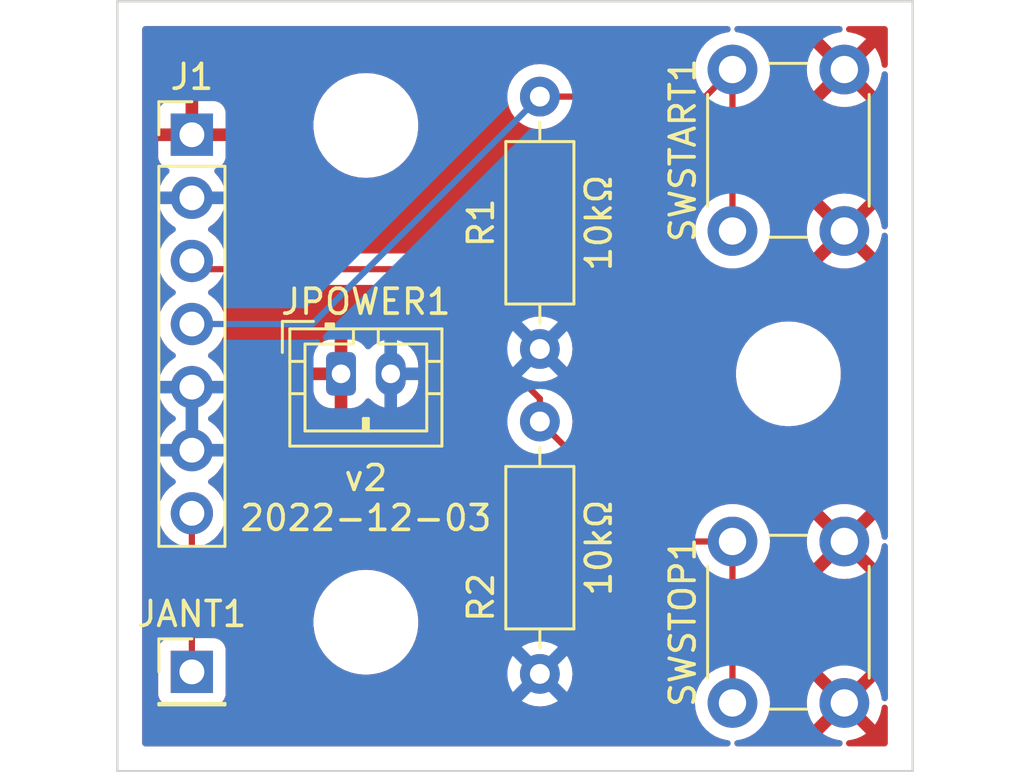
<source format=kicad_pcb>
(kicad_pcb (version 20211014) (generator pcbnew)
  (layers (0 "F.Cu" signal) (31 "B.Cu" signal) (34 "B.Paste" user) (35 "F.Paste" user) (36 "B.SilkS" user "B.Silkscreen") (37 "F.SilkS" user "F.Silkscreen") (38 "B.Mask" user) (39 "F.Mask" user) (44 "Edge.Cuts" user))
  (net 0 "")
  (net 1 "GND")
  (net 2 "+9V")
  (net 3 "Net-(J1-Pad3)")
  (net 4 "Net-(J1-Pad7)")
  (net 5 "Net-(J1-Pad4)")
  (footprint "MountingHole:MountingHole_3.2mm_M3" (layer "F.Cu") (at 142 68)
    (fp_text reference "REF**" hide)
    (fp_text value "MountingHole_3.2mm_M3")
    (pad "" np_thru_hole circle (at 0 0) (size 3.2 3.2) (drill 3.2) (layers *.Cu *.Mask))
  )
  (footprint "Connector_PinHeader_2.54mm:PinHeader_1x07_P2.54mm_Vertical" (layer "F.Cu") (at 135 68.375)
    (fp_text reference "J1" (at 0 -2.33) (layer "F.SilkS"))
    (fp_text value "Conn_01x07_Female")
    (fp_line (start -1.33 0) (end -1.33 -1.33) (layer "F.SilkS") (width 0.12))
    (fp_line (start 1.33 1.27) (end 1.33 16.57) (layer "F.SilkS") (width 0.12))
    (fp_line (start -1.33 1.27) (end -1.33 16.57) (layer "F.SilkS") (width 0.12))
    (fp_line (start -1.33 1.27) (end 1.33 1.27) (layer "F.SilkS") (width 0.12))
    (fp_line (start -1.33 16.57) (end 1.33 16.57) (layer "F.SilkS") (width 0.12))
    (fp_line (start -1.33 -1.33) (end 0 -1.33) (layer "F.SilkS") (width 0.12))
    (pad "1" thru_hole rect (at 0 0) (size 1.7 1.7) (drill 1) (layers *.Cu *.Mask) (net 1 "GND"))
    (pad "2" thru_hole oval (at 0 2.54) (size 1.7 1.7) (drill 1) (layers *.Cu *.Mask) (net 2 "+9V"))
    (pad "3" thru_hole oval (at 0 5.08) (size 1.7 1.7) (drill 1) (layers *.Cu *.Mask) (net 3 "Net-(J1-Pad3)"))
    (pad "4" thru_hole oval (at 0 7.62) (size 1.7 1.7) (drill 1) (layers *.Cu *.Mask) (net 5 "Net-(J1-Pad4)"))
    (pad "5" thru_hole oval (at 0 10.16) (size 1.7 1.7) (drill 1) (layers *.Cu *.Mask) (net 2 "+9V"))
    (pad "6" thru_hole oval (at 0 12.7) (size 1.7 1.7) (drill 1) (layers *.Cu *.Mask) (net 2 "+9V"))
    (pad "7" thru_hole oval (at 0 15.24) (size 1.7 1.7) (drill 1) (layers *.Cu *.Mask) (net 4 "Net-(J1-Pad7)"))
  )
  (footprint "Connector_PinHeader_2.54mm:PinHeader_1x01_P2.54mm_Vertical" (layer "F.Cu") (at 135 90)
    (fp_text reference "JANT1" (at 0 -2.33) (layer "F.SilkS"))
    (fp_text value "Conn_01x01_Female")
    (fp_line (start -1.33 1.27) (end 1.33 1.27) (layer "F.SilkS") (width 0.12))
    (fp_line (start 1.33 1.27) (end 1.33 1.33) (layer "F.SilkS") (width 0.12))
    (fp_line (start -1.33 1.33) (end 1.33 1.33) (layer "F.SilkS") (width 0.12))
    (fp_line (start -1.33 0) (end -1.33 -1.33) (layer "F.SilkS") (width 0.12))
    (fp_line (start -1.33 -1.33) (end 0 -1.33) (layer "F.SilkS") (width 0.12))
    (fp_line (start -1.33 1.27) (end -1.33 1.33) (layer "F.SilkS") (width 0.12))
    (pad "1" thru_hole rect (at 0 0) (size 1.7 1.7) (drill 1) (layers *.Cu *.Mask) (net 4 "Net-(J1-Pad7)"))
  )
  (footprint "MountingHole:MountingHole_3.2mm_M3" (layer "F.Cu") (at 159 78)
    (fp_text reference "REF**" hide)
    (fp_text value "MountingHole_3.2mm_M3")
    (pad "" np_thru_hole circle (at 0 0) (size 3.2 3.2) (drill 3.2) (layers *.Cu *.Mask))
  )
  (footprint "Button_Switch_THT:SW_PUSH_6mm" (layer "F.Cu") (at 156.75 91.25 90)
    (fp_text reference "SWSTOP1" (at 3.25 -2 90) (layer "F.SilkS"))
    (fp_text value "SW_Push")
    (fp_line (start 5.5 -1) (end 1 -1) (layer "F.SilkS") (width 0.12))
    (fp_line (start 6.75 3) (end 6.75 1.5) (layer "F.SilkS") (width 0.12))
    (fp_line (start 1 5.5) (end 5.5 5.5) (layer "F.SilkS") (width 0.12))
    (fp_line (start -0.25 1.5) (end -0.25 3) (layer "F.SilkS") (width 0.12))
    (pad "1" thru_hole circle (at 6.5 0 180) (size 2 2) (drill 1.1) (layers *.Cu *.Mask) (net 3 "Net-(J1-Pad3)"))
    (pad "1" thru_hole circle (at 0 0 180) (size 2 2) (drill 1.1) (layers *.Cu *.Mask) (net 3 "Net-(J1-Pad3)"))
    (pad "2" thru_hole circle (at 0 4.5 180) (size 2 2) (drill 1.1) (layers *.Cu *.Mask) (net 1 "GND"))
    (pad "2" thru_hole circle (at 6.5 4.5 180) (size 2 2) (drill 1.1) (layers *.Cu *.Mask) (net 1 "GND"))
  )
  (footprint "Resistor_THT:R_Axial_DIN0207_L6.3mm_D2.5mm_P10.16mm_Horizontal" (layer "F.Cu") (at 149 77 90)
    (fp_text reference "R1" (at 5.08 -2.37 90) (layer "F.SilkS"))
    (fp_text value "10kΩ" (at 5.08 2.37 90) (layer "F.SilkS"))
    (fp_line (start 1.04 0) (end 1.81 0) (layer "F.SilkS") (width 0.12))
    (fp_line (start 8.35 -1.37) (end 1.81 -1.37) (layer "F.SilkS") (width 0.12))
    (fp_line (start 1.81 1.37) (end 8.35 1.37) (layer "F.SilkS") (width 0.12))
    (fp_line (start 1.81 -1.37) (end 1.81 1.37) (layer "F.SilkS") (width 0.12))
    (fp_line (start 8.35 1.37) (end 8.35 -1.37) (layer "F.SilkS") (width 0.12))
    (fp_line (start 9.12 0) (end 8.35 0) (layer "F.SilkS") (width 0.12))
    (pad "1" thru_hole circle (at 0 0 90) (size 1.6 1.6) (drill 0.8) (layers *.Cu *.Mask) (net 2 "+9V"))
    (pad "2" thru_hole oval (at 10.16 0 90) (size 1.6 1.6) (drill 0.8) (layers *.Cu *.Mask) (net 5 "Net-(J1-Pad4)"))
  )
  (footprint "Resistor_THT:R_Axial_DIN0207_L6.3mm_D2.5mm_P10.16mm_Horizontal" (layer "F.Cu") (at 149 90.08 90)
    (fp_text reference "R2" (at 3.08 -2.37 90) (layer "F.SilkS"))
    (fp_text value "10kΩ" (at 5.08 2.37 90) (layer "F.SilkS"))
    (fp_line (start 1.81 -1.37) (end 1.81 1.37) (layer "F.SilkS") (width 0.12))
    (fp_line (start 8.35 -1.37) (end 1.81 -1.37) (layer "F.SilkS") (width 0.12))
    (fp_line (start 8.35 1.37) (end 8.35 -1.37) (layer "F.SilkS") (width 0.12))
    (fp_line (start 1.04 0) (end 1.81 0) (layer "F.SilkS") (width 0.12))
    (fp_line (start 9.12 0) (end 8.35 0) (layer "F.SilkS") (width 0.12))
    (fp_line (start 1.81 1.37) (end 8.35 1.37) (layer "F.SilkS") (width 0.12))
    (pad "1" thru_hole circle (at 0 0 90) (size 1.6 1.6) (drill 0.8) (layers *.Cu *.Mask) (net 2 "+9V"))
    (pad "2" thru_hole oval (at 10.16 0 90) (size 1.6 1.6) (drill 0.8) (layers *.Cu *.Mask) (net 3 "Net-(J1-Pad3)"))
  )
  (footprint "Connector_JST:JST_PH_B2B-PH-K_1x02_P2.00mm_Vertical" (layer "F.Cu") (at 141 78)
    (fp_text reference "JPOWER1" (at 1 -2.9) (layer "F.SilkS"))
    (fp_text value "Conn_01x02_Female")
    (fp_line (start 0.9 1.8) (end 1.1 1.8) (layer "F.SilkS") (width 0.12))
    (fp_line (start 0.5 -1.2) (end -1.45 -1.2) (layer "F.SilkS") (width 0.12))
    (fp_line (start 1 2.3) (end 1 1.8) (layer "F.SilkS") (width 0.12))
    (fp_line (start -1.45 -1.2) (end -1.45 2.3) (layer "F.SilkS") (width 0.12))
    (fp_line (start -0.3 -2.01) (end -0.6 -2.01) (layer "F.SilkS") (width 0.12))
    (fp_line (start 3.45 2.3) (end 3.45 -1.2) (layer "F.SilkS") (width 0.12))
    (fp_line (start 4.06 0.8) (end 3.45 0.8) (layer "F.SilkS") (width 0.12))
    (fp_line (start -2.06 -1.81) (end -2.06 2.91) (layer "F.SilkS") (width 0.12))
    (fp_line (start 4.06 -0.5) (end 3.45 -0.5) (layer "F.SilkS") (width 0.12))
    (fp_line (start -1.11 -2.11) (end -2.36 -2.11) (layer "F.SilkS") (width 0.12))
    (fp_line (start -1.45 2.3) (end 3.45 2.3) (layer "F.SilkS") (width 0.12))
    (fp_line (start 0.5 -1.81) (end 0.5 -1.2) (layer "F.SilkS") (width 0.12))
    (fp_line (start -0.3 -1.81) (end -0.3 -2.01) (layer "F.SilkS") (width 0.12))
    (fp_line (start 4.06 -1.81) (end -2.06 -1.81) (layer "F.SilkS") (width 0.12))
    (fp_line (start 1.1 1.8) (end 1.1 2.3) (layer "F.SilkS") (width 0.12))
    (fp_line (start 0.9 2.3) (end 0.9 1.8) (layer "F.SilkS") (width 0.12))
    (fp_line (start -0.3 -1.91) (end -0.6 -1.91) (layer "F.SilkS") (width 0.12))
    (fp_line (start -2.36 -2.11) (end -2.36 -0.86) (layer "F.SilkS") (width 0.12))
    (fp_line (start -2.06 0.8) (end -1.45 0.8) (layer "F.SilkS") (width 0.12))
    (fp_line (start -2.06 2.91) (end 4.06 2.91) (layer "F.SilkS") (width 0.12))
    (fp_line (start -0.6 -2.01) (end -0.6 -1.81) (layer "F.SilkS") (width 0.12))
    (fp_line (start 1.5 -1.2) (end 1.5 -1.81) (layer "F.SilkS") (width 0.12))
    (fp_line (start 3.45 -1.2) (end 1.5 -1.2) (layer "F.SilkS") (width 0.12))
    (fp_line (start 4.06 2.91) (end 4.06 -1.81) (layer "F.SilkS") (width 0.12))
    (fp_line (start -2.06 -0.5) (end -1.45 -0.5) (layer "F.SilkS") (width 0.12))
    (pad "1" thru_hole roundrect (at 0 0) (size 1.2 1.75) (drill 0.75) (layers *.Cu *.Mask) (roundrect_rratio 0.2083333333) (net 1 "GND"))
    (pad "2" thru_hole oval (at 2 0) (size 1.2 1.75) (drill 0.75) (layers *.Cu *.Mask) (net 2 "+9V"))
  )
  (footprint "Button_Switch_THT:SW_PUSH_6mm" (layer "F.Cu") (at 156.75 72.25 90)
    (fp_text reference "SWSTART1" (at 3.25 -2 90) (layer "F.SilkS"))
    (fp_text value "SW_Push")
    (fp_line (start 5.5 -1) (end 1 -1) (layer "F.SilkS") (width 0.12))
    (fp_line (start 1 5.5) (end 5.5 5.5) (layer "F.SilkS") (width 0.12))
    (fp_line (start 6.75 3) (end 6.75 1.5) (layer "F.SilkS") (width 0.12))
    (fp_line (start -0.25 1.5) (end -0.25 3) (layer "F.SilkS") (width 0.12))
    (pad "1" thru_hole circle (at 6.5 0 180) (size 2 2) (drill 1.1) (layers *.Cu *.Mask) (net 5 "Net-(J1-Pad4)"))
    (pad "1" thru_hole circle (at 0 0 180) (size 2 2) (drill 1.1) (layers *.Cu *.Mask) (net 5 "Net-(J1-Pad4)"))
    (pad "2" thru_hole circle (at 0 4.5 180) (size 2 2) (drill 1.1) (layers *.Cu *.Mask) (net 1 "GND"))
    (pad "2" thru_hole circle (at 6.5 4.5 180) (size 2 2) (drill 1.1) (layers *.Cu *.Mask) (net 1 "GND"))
  )
  (footprint "MountingHole:MountingHole_3.2mm_M3" (layer "F.Cu") (at 142 88)
    (fp_text reference "REF**" hide)
    (fp_text value "MountingHole_3.2mm_M3")
    (pad "" np_thru_hole circle (at 0 0) (size 3.2 3.2) (drill 3.2) (layers *.Cu *.Mask))
  )
  (gr_rect (start 132 63) (end 164 94) (layer "Edge.Cuts") (width 0.1) (fill none))
  (gr_text "v2\n2022-12-03" (at 142 83) (layer "F.SilkS") (effects (font (size 1 1))))
  (segment (start 135 73.787493) (end 143.787493 73.787493) (width 0.25) (layer "F.Cu") (net 3))
  (segment (start 149 79) (end 149 79.92) (width 0.25) (layer "F.Cu") (net 3))
  (segment (start 135 73.455) (end 135 73.787493) (width 0.25) (layer "F.Cu") (net 3))
  (segment (start 156.75 84.75) (end 153.83 84.75) (width 0.25) (layer "F.Cu") (net 3))
  (segment (start 143.787493 73.787493) (end 149 79) (width 0.25) (layer "F.Cu") (net 3))
  (segment (start 156.75 84.75) (end 156.75 91.25) (width 0.25) (layer "F.Cu") (net 3))
  (segment (start 153.83 84.75) (end 149 79.92) (width 0.25) (layer "F.Cu") (net 3))
  (segment (start 135 90) (end 135 83.615) (width 0.25) (layer "F.Cu") (net 4))
  (segment (start 156.75 72.25) (end 156.75 65.75) (width 0.25) (layer "F.Cu") (net 5))
  (segment (start 155.66 66.84) (end 156.75 65.75) (width 0.25) (layer "F.Cu") (net 5))
  (segment (start 149 66.84) (end 155.66 66.84) (width 0.25) (layer "F.Cu") (net 5))
  (segment (start 139.845 75.995) (end 149 66.84) (width 0.25) (layer "B.Cu") (net 5))
  (segment (start 135 75.995) (end 139.845 75.995) (width 0.25) (layer "B.Cu") (net 5))
  (zone (net 1) (net_name "GND") (layer "F.Cu") (connect_pads (clearance 0.508)) (min_thickness 0.254) (fill yes (thermal_gap 0.508) (thermal_bridge_width 0.508))
    (polygon (pts (xy 163 93) (xy 133 93) (xy 133 64) (xy 163 64)))
  )
  (zone (net 2) (net_name "+9V") (layer "B.Cu") (connect_pads (clearance 0.508)) (min_thickness 0.254) (fill yes (thermal_gap 0.508) (thermal_bridge_width 0.508))
    (polygon (pts (xy 163 93) (xy 133 93) (xy 133 64) (xy 163 64)))
  )
)
</source>
